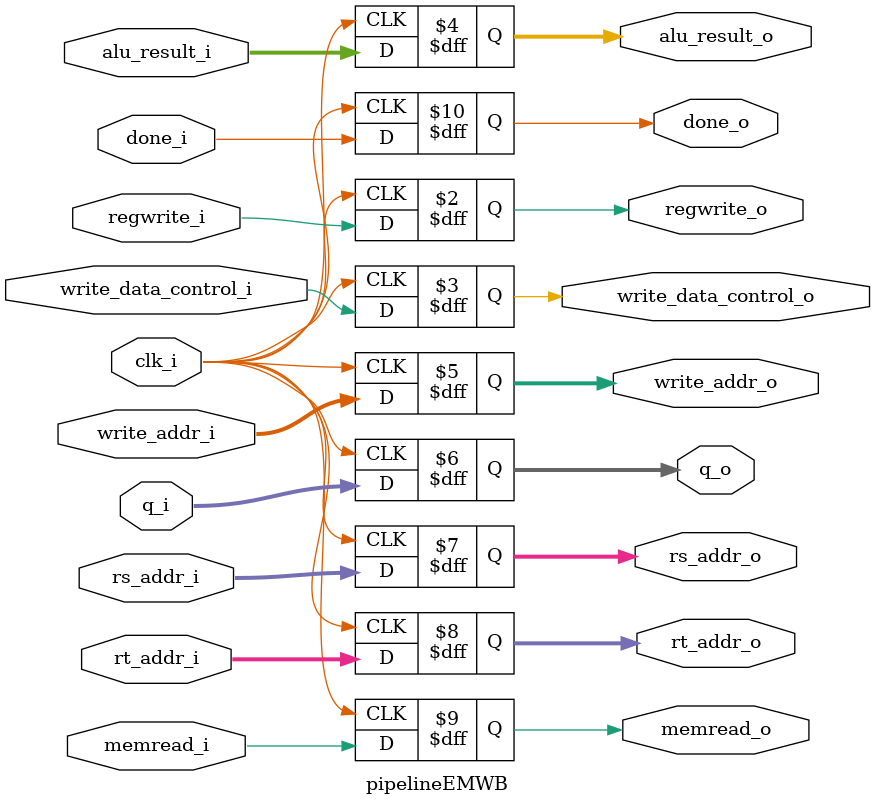
<source format=v>
module pipelineEMWB(input clk_i,
					input regwrite_i,
					input write_data_control_i,
					input [7:0] alu_result_i,
					input [2:0] write_addr_i,
					input [7:0] q_i,
					input [2:0] rs_addr_i,
					input [2:0] rt_addr_i,
					input memread_i,
					input done_i,
					output reg regwrite_o,
					output reg write_data_control_o,
					output reg [7:0] alu_result_o,
					output reg [2:0] write_addr_o,
					output reg [7:0] q_o,
					output reg [2:0] rs_addr_o,
					output reg [2:0] rt_addr_o,
					output reg memread_o,
					output reg done_o);
								
								
always @(posedge clk_i)
begin
	regwrite_o <= regwrite_i;
	write_data_control_o <= write_data_control_i;
	alu_result_o <= alu_result_i;
	rs_addr_o <= rs_addr_i;
	rt_addr_o <= rt_addr_i;
	write_addr_o <= write_addr_i;
	q_o <= q_i;
	memread_o <= memread_i;
	done_o <= done_i;
end					
								
endmodule
</source>
